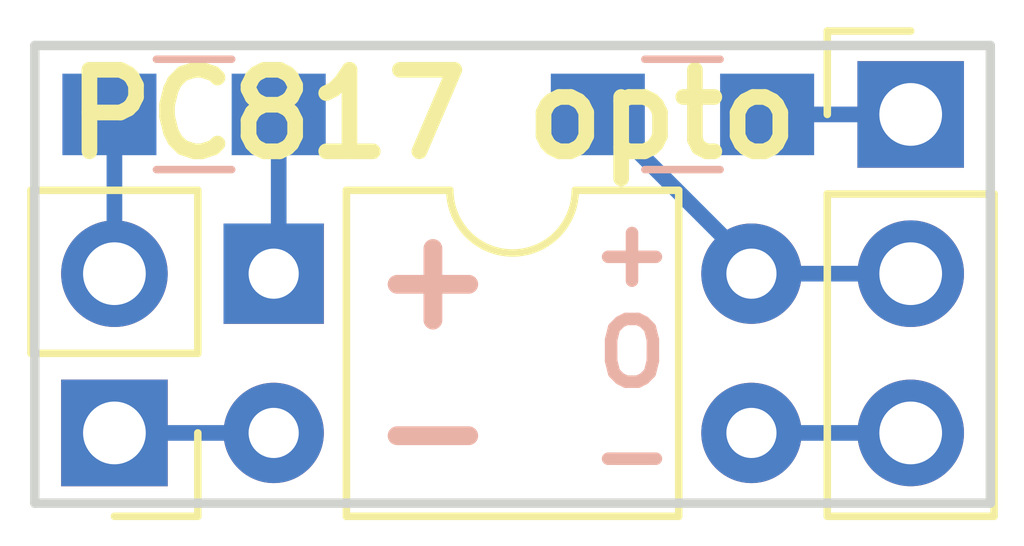
<source format=kicad_pcb>
(kicad_pcb (version 20171130) (host pcbnew "(5.1.2)-1")

  (general
    (thickness 1.6)
    (drawings 7)
    (tracks 11)
    (zones 0)
    (modules 5)
    (nets 7)
  )

  (page A4)
  (layers
    (0 F.Cu signal)
    (31 B.Cu signal)
    (32 B.Adhes user)
    (33 F.Adhes user)
    (34 B.Paste user)
    (35 F.Paste user)
    (36 B.SilkS user)
    (37 F.SilkS user)
    (38 B.Mask user)
    (39 F.Mask user)
    (40 Dwgs.User user)
    (41 Cmts.User user)
    (42 Eco1.User user)
    (43 Eco2.User user)
    (44 Edge.Cuts user)
    (45 Margin user)
    (46 B.CrtYd user)
    (47 F.CrtYd user)
    (48 B.Fab user hide)
    (49 F.Fab user hide)
  )

  (setup
    (last_trace_width 0.25)
    (user_trace_width 0.5)
    (user_trace_width 2)
    (trace_clearance 0.2)
    (zone_clearance 0.508)
    (zone_45_only no)
    (trace_min 0.2)
    (via_size 0.6)
    (via_drill 0.4)
    (via_min_size 0.4)
    (via_min_drill 0.3)
    (uvia_size 0.3)
    (uvia_drill 0.1)
    (uvias_allowed no)
    (uvia_min_size 0.2)
    (uvia_min_drill 0.1)
    (edge_width 0.15)
    (segment_width 0.2)
    (pcb_text_width 0.3)
    (pcb_text_size 1.5 1.5)
    (mod_edge_width 0.15)
    (mod_text_size 1 1)
    (mod_text_width 0.15)
    (pad_size 1.524 1.524)
    (pad_drill 0.762)
    (pad_to_mask_clearance 0.2)
    (aux_axis_origin 145.415 113.2)
    (grid_origin 184.785 101.6)
    (visible_elements 7FFFFFFF)
    (pcbplotparams
      (layerselection 0x010fc_ffffffff)
      (usegerberextensions true)
      (usegerberattributes true)
      (usegerberadvancedattributes false)
      (creategerberjobfile false)
      (excludeedgelayer true)
      (linewidth 0.100000)
      (plotframeref false)
      (viasonmask false)
      (mode 1)
      (useauxorigin true)
      (hpglpennumber 1)
      (hpglpenspeed 20)
      (hpglpendiameter 15.000000)
      (psnegative false)
      (psa4output false)
      (plotreference false)
      (plotvalue false)
      (plotinvisibletext false)
      (padsonsilk false)
      (subtractmaskfromsilk false)
      (outputformat 1)
      (mirror false)
      (drillshape 0)
      (scaleselection 1)
      (outputdirectory "gerbers/"))
  )

  (net 0 "")
  (net 1 "Net-(J1-Pad2)")
  (net 2 "Net-(R1-Pad1)")
  (net 3 "Net-(J1-Pad1)")
  (net 4 "Net-(J2-Pad1)")
  (net 5 "Net-(J2-Pad2)")
  (net 6 "Net-(J2-Pad3)")

  (net_class Default "This is the default net class."
    (clearance 0.2)
    (trace_width 0.25)
    (via_dia 0.6)
    (via_drill 0.4)
    (uvia_dia 0.3)
    (uvia_drill 0.1)
    (add_net "Net-(J1-Pad1)")
    (add_net "Net-(J1-Pad2)")
    (add_net "Net-(J2-Pad1)")
    (add_net "Net-(J2-Pad2)")
    (add_net "Net-(J2-Pad3)")
    (add_net "Net-(R1-Pad1)")
  )

  (module Housings_DIP:DIP-4_W7.62mm (layer F.Cu) (tedit 5AA84F94) (tstamp 5AA84E8C)
    (at 133.985 116.84)
    (descr "4-lead though-hole mounted DIP package, row spacing 7.62 mm (300 mils)")
    (tags "THT DIP DIL PDIP 2.54mm 7.62mm 300mil")
    (path /5AA84B5A)
    (fp_text reference U1 (at 3.81 -2.33) (layer F.SilkS) hide
      (effects (font (size 1 1) (thickness 0.15)))
    )
    (fp_text value PC817 (at 3.81 4.87) (layer F.Fab)
      (effects (font (size 1 1) (thickness 0.15)))
    )
    (fp_arc (start 3.81 -1.33) (end 2.81 -1.33) (angle -180) (layer F.SilkS) (width 0.12))
    (fp_line (start 1.635 -1.27) (end 6.985 -1.27) (layer F.Fab) (width 0.1))
    (fp_line (start 6.985 -1.27) (end 6.985 3.81) (layer F.Fab) (width 0.1))
    (fp_line (start 6.985 3.81) (end 0.635 3.81) (layer F.Fab) (width 0.1))
    (fp_line (start 0.635 3.81) (end 0.635 -0.27) (layer F.Fab) (width 0.1))
    (fp_line (start 0.635 -0.27) (end 1.635 -1.27) (layer F.Fab) (width 0.1))
    (fp_line (start 2.81 -1.33) (end 1.16 -1.33) (layer F.SilkS) (width 0.12))
    (fp_line (start 1.16 -1.33) (end 1.16 3.87) (layer F.SilkS) (width 0.12))
    (fp_line (start 1.16 3.87) (end 6.46 3.87) (layer F.SilkS) (width 0.12))
    (fp_line (start 6.46 3.87) (end 6.46 -1.33) (layer F.SilkS) (width 0.12))
    (fp_line (start 6.46 -1.33) (end 4.81 -1.33) (layer F.SilkS) (width 0.12))
    (fp_line (start -1.1 -1.55) (end -1.1 4.1) (layer F.CrtYd) (width 0.05))
    (fp_line (start -1.1 4.1) (end 8.7 4.1) (layer F.CrtYd) (width 0.05))
    (fp_line (start 8.7 4.1) (end 8.7 -1.55) (layer F.CrtYd) (width 0.05))
    (fp_line (start 8.7 -1.55) (end -1.1 -1.55) (layer F.CrtYd) (width 0.05))
    (fp_text user %R (at 3.81 1.27) (layer F.Fab)
      (effects (font (size 1 1) (thickness 0.15)))
    )
    (pad 1 thru_hole rect (at 0 0) (size 1.6 1.6) (drill 0.8) (layers *.Cu *.Mask)
      (net 2 "Net-(R1-Pad1)"))
    (pad 3 thru_hole oval (at 7.62 2.54) (size 1.6 1.6) (drill 0.8) (layers *.Cu *.Mask)
      (net 6 "Net-(J2-Pad3)"))
    (pad 2 thru_hole oval (at 0 2.54) (size 1.6 1.6) (drill 0.8) (layers *.Cu *.Mask)
      (net 3 "Net-(J1-Pad1)"))
    (pad 4 thru_hole oval (at 7.62 0) (size 1.6 1.6) (drill 0.8) (layers *.Cu *.Mask)
      (net 5 "Net-(J2-Pad2)"))
    (model ${KISYS3DMOD}/Housings_DIP.3dshapes/DIP-4_W7.62mm.wrl
      (at (xyz 0 0 0))
      (scale (xyz 1 1 1))
      (rotate (xyz 0 0 0))
    )
  )

  (module Pin_Headers:Pin_Header_Straight_1x02_Pitch2.54mm (layer F.Cu) (tedit 5AE7F26E) (tstamp 5AE7F17A)
    (at 131.445 119.38 180)
    (descr "Through hole straight pin header, 1x02, 2.54mm pitch, single row")
    (tags "Through hole pin header THT 1x02 2.54mm single row")
    (path /5AE7F35D)
    (fp_text reference J1 (at 0 -2.33 180) (layer F.SilkS) hide
      (effects (font (size 1 1) (thickness 0.15)))
    )
    (fp_text value Conn_01x02 (at 0 4.87 180) (layer F.Fab)
      (effects (font (size 1 1) (thickness 0.15)))
    )
    (fp_line (start -0.635 -1.27) (end 1.27 -1.27) (layer F.Fab) (width 0.1))
    (fp_line (start 1.27 -1.27) (end 1.27 3.81) (layer F.Fab) (width 0.1))
    (fp_line (start 1.27 3.81) (end -1.27 3.81) (layer F.Fab) (width 0.1))
    (fp_line (start -1.27 3.81) (end -1.27 -0.635) (layer F.Fab) (width 0.1))
    (fp_line (start -1.27 -0.635) (end -0.635 -1.27) (layer F.Fab) (width 0.1))
    (fp_line (start -1.33 3.87) (end 1.33 3.87) (layer F.SilkS) (width 0.12))
    (fp_line (start -1.33 1.27) (end -1.33 3.87) (layer F.SilkS) (width 0.12))
    (fp_line (start 1.33 1.27) (end 1.33 3.87) (layer F.SilkS) (width 0.12))
    (fp_line (start -1.33 1.27) (end 1.33 1.27) (layer F.SilkS) (width 0.12))
    (fp_line (start -1.33 0) (end -1.33 -1.33) (layer F.SilkS) (width 0.12))
    (fp_line (start -1.33 -1.33) (end 0 -1.33) (layer F.SilkS) (width 0.12))
    (fp_line (start -1.8 -1.8) (end -1.8 4.35) (layer F.CrtYd) (width 0.05))
    (fp_line (start -1.8 4.35) (end 1.8 4.35) (layer F.CrtYd) (width 0.05))
    (fp_line (start 1.8 4.35) (end 1.8 -1.8) (layer F.CrtYd) (width 0.05))
    (fp_line (start 1.8 -1.8) (end -1.8 -1.8) (layer F.CrtYd) (width 0.05))
    (fp_text user %R (at 0 1.27 270) (layer F.Fab)
      (effects (font (size 1 1) (thickness 0.15)))
    )
    (pad 1 thru_hole rect (at 0 0 180) (size 1.7 1.7) (drill 1) (layers *.Cu *.Mask)
      (net 3 "Net-(J1-Pad1)"))
    (pad 2 thru_hole oval (at 0 2.54 180) (size 1.7 1.7) (drill 1) (layers *.Cu *.Mask)
      (net 1 "Net-(J1-Pad2)"))
    (model ${KISYS3DMOD}/Pin_Headers.3dshapes/Pin_Header_Straight_1x02_Pitch2.54mm.wrl
      (at (xyz 0 0 0))
      (scale (xyz 1 1 1))
      (rotate (xyz 0 0 0))
    )
  )

  (module Pin_Headers:Pin_Header_Straight_1x03_Pitch2.54mm (layer F.Cu) (tedit 5AE7F26B) (tstamp 5AE7F17F)
    (at 144.145 114.3)
    (descr "Through hole straight pin header, 1x03, 2.54mm pitch, single row")
    (tags "Through hole pin header THT 1x03 2.54mm single row")
    (path /5AE7F23C)
    (fp_text reference J2 (at 0 -2.33) (layer F.SilkS) hide
      (effects (font (size 1 1) (thickness 0.15)))
    )
    (fp_text value Conn_01x03 (at 0 7.41) (layer F.Fab)
      (effects (font (size 1 1) (thickness 0.15)))
    )
    (fp_line (start -0.635 -1.27) (end 1.27 -1.27) (layer F.Fab) (width 0.1))
    (fp_line (start 1.27 -1.27) (end 1.27 6.35) (layer F.Fab) (width 0.1))
    (fp_line (start 1.27 6.35) (end -1.27 6.35) (layer F.Fab) (width 0.1))
    (fp_line (start -1.27 6.35) (end -1.27 -0.635) (layer F.Fab) (width 0.1))
    (fp_line (start -1.27 -0.635) (end -0.635 -1.27) (layer F.Fab) (width 0.1))
    (fp_line (start -1.33 6.41) (end 1.33 6.41) (layer F.SilkS) (width 0.12))
    (fp_line (start -1.33 1.27) (end -1.33 6.41) (layer F.SilkS) (width 0.12))
    (fp_line (start 1.33 1.27) (end 1.33 6.41) (layer F.SilkS) (width 0.12))
    (fp_line (start -1.33 1.27) (end 1.33 1.27) (layer F.SilkS) (width 0.12))
    (fp_line (start -1.33 0) (end -1.33 -1.33) (layer F.SilkS) (width 0.12))
    (fp_line (start -1.33 -1.33) (end 0 -1.33) (layer F.SilkS) (width 0.12))
    (fp_line (start -1.8 -1.8) (end -1.8 6.85) (layer F.CrtYd) (width 0.05))
    (fp_line (start -1.8 6.85) (end 1.8 6.85) (layer F.CrtYd) (width 0.05))
    (fp_line (start 1.8 6.85) (end 1.8 -1.8) (layer F.CrtYd) (width 0.05))
    (fp_line (start 1.8 -1.8) (end -1.8 -1.8) (layer F.CrtYd) (width 0.05))
    (fp_text user %R (at 0 2.54 90) (layer F.Fab)
      (effects (font (size 1 1) (thickness 0.15)))
    )
    (pad 1 thru_hole rect (at 0 0) (size 1.7 1.7) (drill 1) (layers *.Cu *.Mask)
      (net 4 "Net-(J2-Pad1)"))
    (pad 2 thru_hole oval (at 0 2.54) (size 1.7 1.7) (drill 1) (layers *.Cu *.Mask)
      (net 5 "Net-(J2-Pad2)"))
    (pad 3 thru_hole oval (at 0 5.08) (size 1.7 1.7) (drill 1) (layers *.Cu *.Mask)
      (net 6 "Net-(J2-Pad3)"))
    (model ${KISYS3DMOD}/Pin_Headers.3dshapes/Pin_Header_Straight_1x03_Pitch2.54mm.wrl
      (at (xyz 0 0 0))
      (scale (xyz 1 1 1))
      (rotate (xyz 0 0 0))
    )
  )

  (module Resistors_SMD:R_0805_HandSoldering (layer B.Cu) (tedit 5AE7F271) (tstamp 5AE7F231)
    (at 132.715 114.3 180)
    (descr "Resistor SMD 0805, hand soldering")
    (tags "resistor 0805")
    (path /5AA84C19)
    (attr smd)
    (fp_text reference R1 (at 0 1.7 180) (layer B.SilkS) hide
      (effects (font (size 1 1) (thickness 0.15)) (justify mirror))
    )
    (fp_text value 1k (at 0 -1.75 180) (layer B.Fab)
      (effects (font (size 1 1) (thickness 0.15)) (justify mirror))
    )
    (fp_text user %R (at 0 0 180) (layer B.Fab)
      (effects (font (size 0.5 0.5) (thickness 0.075)) (justify mirror))
    )
    (fp_line (start -1 -0.62) (end -1 0.62) (layer B.Fab) (width 0.1))
    (fp_line (start 1 -0.62) (end -1 -0.62) (layer B.Fab) (width 0.1))
    (fp_line (start 1 0.62) (end 1 -0.62) (layer B.Fab) (width 0.1))
    (fp_line (start -1 0.62) (end 1 0.62) (layer B.Fab) (width 0.1))
    (fp_line (start 0.6 -0.88) (end -0.6 -0.88) (layer B.SilkS) (width 0.12))
    (fp_line (start -0.6 0.88) (end 0.6 0.88) (layer B.SilkS) (width 0.12))
    (fp_line (start -2.35 0.9) (end 2.35 0.9) (layer B.CrtYd) (width 0.05))
    (fp_line (start -2.35 0.9) (end -2.35 -0.9) (layer B.CrtYd) (width 0.05))
    (fp_line (start 2.35 -0.9) (end 2.35 0.9) (layer B.CrtYd) (width 0.05))
    (fp_line (start 2.35 -0.9) (end -2.35 -0.9) (layer B.CrtYd) (width 0.05))
    (pad 1 smd rect (at -1.35 0 180) (size 1.5 1.3) (layers B.Cu B.Paste B.Mask)
      (net 2 "Net-(R1-Pad1)"))
    (pad 2 smd rect (at 1.35 0 180) (size 1.5 1.3) (layers B.Cu B.Paste B.Mask)
      (net 1 "Net-(J1-Pad2)"))
    (model ${KISYS3DMOD}/Resistors_SMD.3dshapes/R_0805.wrl
      (at (xyz 0 0 0))
      (scale (xyz 1 1 1))
      (rotate (xyz 0 0 0))
    )
  )

  (module Resistors_SMD:R_0805_HandSoldering (layer B.Cu) (tedit 5AE7F274) (tstamp 5AE7F258)
    (at 140.505 114.3 180)
    (descr "Resistor SMD 0805, hand soldering")
    (tags "resistor 0805")
    (path /5AE7F27E)
    (attr smd)
    (fp_text reference R2 (at 0 1.7 180) (layer B.SilkS) hide
      (effects (font (size 1 1) (thickness 0.15)) (justify mirror))
    )
    (fp_text value 1k (at 0 -1.75 180) (layer B.Fab)
      (effects (font (size 1 1) (thickness 0.15)) (justify mirror))
    )
    (fp_text user %R (at 0 0 180) (layer B.Fab)
      (effects (font (size 0.5 0.5) (thickness 0.075)) (justify mirror))
    )
    (fp_line (start -1 -0.62) (end -1 0.62) (layer B.Fab) (width 0.1))
    (fp_line (start 1 -0.62) (end -1 -0.62) (layer B.Fab) (width 0.1))
    (fp_line (start 1 0.62) (end 1 -0.62) (layer B.Fab) (width 0.1))
    (fp_line (start -1 0.62) (end 1 0.62) (layer B.Fab) (width 0.1))
    (fp_line (start 0.6 -0.88) (end -0.6 -0.88) (layer B.SilkS) (width 0.12))
    (fp_line (start -0.6 0.88) (end 0.6 0.88) (layer B.SilkS) (width 0.12))
    (fp_line (start -2.35 0.9) (end 2.35 0.9) (layer B.CrtYd) (width 0.05))
    (fp_line (start -2.35 0.9) (end -2.35 -0.9) (layer B.CrtYd) (width 0.05))
    (fp_line (start 2.35 -0.9) (end 2.35 0.9) (layer B.CrtYd) (width 0.05))
    (fp_line (start 2.35 -0.9) (end -2.35 -0.9) (layer B.CrtYd) (width 0.05))
    (pad 1 smd rect (at -1.35 0 180) (size 1.5 1.3) (layers B.Cu B.Paste B.Mask)
      (net 4 "Net-(J2-Pad1)"))
    (pad 2 smd rect (at 1.35 0 180) (size 1.5 1.3) (layers B.Cu B.Paste B.Mask)
      (net 5 "Net-(J2-Pad2)"))
    (model ${KISYS3DMOD}/Resistors_SMD.3dshapes/R_0805.wrl
      (at (xyz 0 0 0))
      (scale (xyz 1 1 1))
      (rotate (xyz 0 0 0))
    )
  )

  (gr_text "+\nO\n-" (at 139.7 118.11) (layer B.SilkS)
    (effects (font (size 1 1) (thickness 0.2)) (justify mirror))
  )
  (gr_text "+\n-" (at 136.525 118.11) (layer B.SilkS)
    (effects (font (size 1.5 1.5) (thickness 0.3)) (justify mirror))
  )
  (gr_text "PC817 opto" (at 136.525 114.3) (layer F.SilkS)
    (effects (font (size 1.3 1.3) (thickness 0.25)))
  )
  (gr_line (start 130.175 113.2) (end 145.415 113.2) (layer Edge.Cuts) (width 0.15))
  (gr_line (start 130.175 120.5) (end 130.175 113.2) (layer Edge.Cuts) (width 0.15))
  (gr_line (start 145.415 120.5) (end 130.175 120.5) (layer Edge.Cuts) (width 0.15))
  (gr_line (start 145.415 113.2) (end 145.415 120.5) (layer Edge.Cuts) (width 0.15))

  (segment (start 131.445 116.84) (end 131.445 114.38) (width 0.25) (layer B.Cu) (net 1))
  (segment (start 131.445 114.38) (end 131.365 114.3) (width 0.25) (layer B.Cu) (net 1))
  (segment (start 134.065 114.3) (end 134.065 116.76) (width 0.25) (layer B.Cu) (net 2))
  (segment (start 134.065 116.76) (end 133.985 116.84) (width 0.25) (layer B.Cu) (net 2))
  (segment (start 131.445 119.38) (end 133.985 119.38) (width 0.25) (layer B.Cu) (net 3))
  (segment (start 141.855 114.3) (end 144.145 114.3) (width 0.25) (layer B.Cu) (net 4))
  (segment (start 139.155 114.3) (end 139.20306 114.3) (width 0.25) (layer B.Cu) (net 5))
  (segment (start 139.20306 114.3) (end 141.605 116.70194) (width 0.25) (layer B.Cu) (net 5))
  (segment (start 141.605 116.70194) (end 141.605 116.84) (width 0.25) (layer B.Cu) (net 5))
  (segment (start 141.605 116.84) (end 144.145 116.84) (width 0.25) (layer B.Cu) (net 5))
  (segment (start 141.605 119.38) (end 144.145 119.38) (width 0.25) (layer B.Cu) (net 6))

)

</source>
